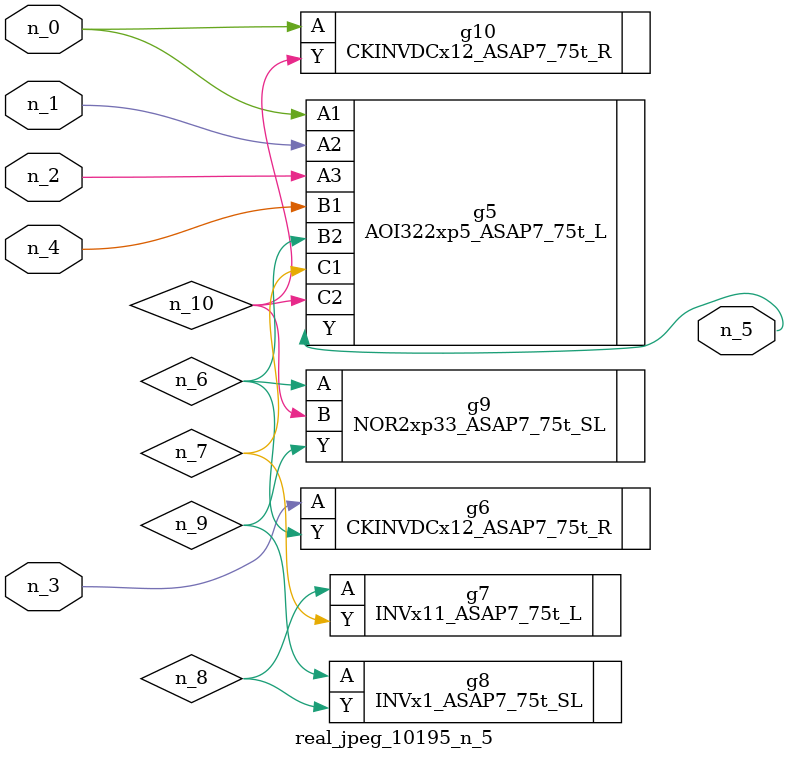
<source format=v>
module real_jpeg_10195_n_5 (n_4, n_0, n_1, n_2, n_3, n_5);

input n_4;
input n_0;
input n_1;
input n_2;
input n_3;

output n_5;

wire n_8;
wire n_6;
wire n_7;
wire n_10;
wire n_9;

AOI322xp5_ASAP7_75t_L g5 ( 
.A1(n_0),
.A2(n_1),
.A3(n_2),
.B1(n_4),
.B2(n_6),
.C1(n_7),
.C2(n_10),
.Y(n_5)
);

CKINVDCx12_ASAP7_75t_R g10 ( 
.A(n_0),
.Y(n_10)
);

CKINVDCx12_ASAP7_75t_R g6 ( 
.A(n_3),
.Y(n_6)
);

NOR2xp33_ASAP7_75t_SL g9 ( 
.A(n_6),
.B(n_10),
.Y(n_9)
);

INVx11_ASAP7_75t_L g7 ( 
.A(n_8),
.Y(n_7)
);

INVx1_ASAP7_75t_SL g8 ( 
.A(n_9),
.Y(n_8)
);


endmodule
</source>
